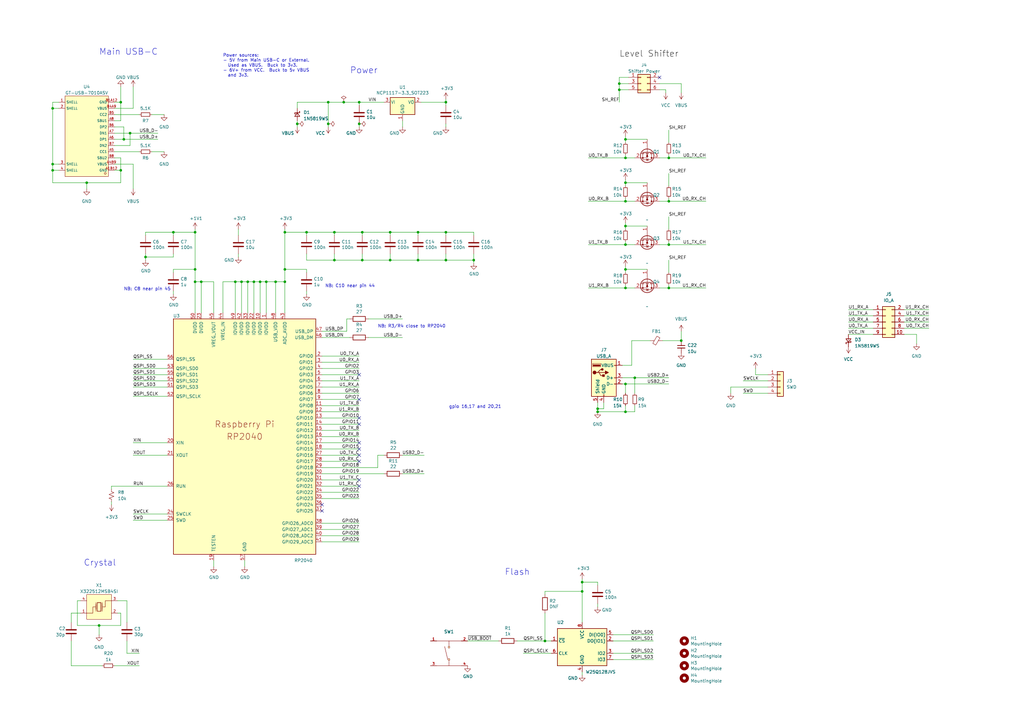
<source format=kicad_sch>
(kicad_sch (version 20230121) (generator eeschema)
  (paper "A3")
  (title_block (title "Babelfish") (date "2023-01-28") (rev "REV1") (company "Bitops"))
  (junction (at 160.02 106.68))
  (junction (at 279.4 139.7))
  (junction (at 125.73 95.25))
  (junction (at 53.34 54.61))
  (junction (at 80.01 110.49))
  (junction (at 137.16 106.68))
  (junction (at 101.6 115.57))
  (junction (at 256.54 168.91))
  (junction (at 256.54 92.71))
  (junction (at 50.8 57.15))
  (junction (at 256.54 74.93))
  (junction (at 140.97 41.91))
  (junction (at 147.32 50.8))
  (junction (at 71.12 95.25))
  (junction (at 109.22 115.57))
  (junction (at 254 34.29))
  (junction (at 116.84 110.49))
  (junction (at 21.59 67.31))
  (junction (at 194.31 106.68))
  (junction (at 21.59 69.85))
  (junction (at 245.11 167.64))
  (junction (at 171.45 95.25))
  (junction (at 148.59 95.25))
  (junction (at 274.32 118.11))
  (junction (at 256.54 64.77))
  (junction (at 254 36.83))
  (junction (at 80.01 95.25))
  (junction (at 116.84 115.57))
  (junction (at 274.32 64.77))
  (junction (at 134.62 41.91))
  (junction (at 147.32 41.91))
  (junction (at 182.88 41.91))
  (junction (at 21.59 44.45))
  (junction (at 182.88 106.68))
  (junction (at 49.53 69.85))
  (junction (at 171.45 106.68))
  (junction (at 256.54 57.15))
  (junction (at 256.54 100.33))
  (junction (at 256.54 110.49))
  (junction (at 59.69 105.41))
  (junction (at 238.76 238.76))
  (junction (at 40.64 256.54))
  (junction (at 137.16 95.25))
  (junction (at 148.59 106.68))
  (junction (at 96.52 115.57))
  (junction (at 256.54 157.48))
  (junction (at 80.01 115.57))
  (junction (at 274.32 82.55))
  (junction (at 274.32 100.33))
  (junction (at 182.88 95.25))
  (junction (at 134.62 50.8))
  (junction (at 260.35 154.94))
  (junction (at 245.11 168.91))
  (junction (at 256.54 82.55))
  (junction (at 49.53 41.91))
  (junction (at 113.03 115.57))
  (junction (at 99.06 115.57))
  (junction (at 121.92 50.8))
  (junction (at 82.55 115.57))
  (junction (at 104.14 115.57))
  (junction (at 116.84 95.25))
  (junction (at 238.76 242.57))
  (junction (at 160.02 95.25))
  (junction (at 106.68 115.57))
  (junction (at 35.56 74.93))
  (junction (at 256.54 118.11))
  (junction (at 223.52 262.89))
  (no_connect (at 147.32 189.23))
  (no_connect (at 147.32 184.15))
  (no_connect (at 147.32 163.83))
  (no_connect (at 132.08 207.01))
  (no_connect (at 270.51 31.75))
  (no_connect (at 147.32 196.85))
  (no_connect (at 147.32 173.99))
  (no_connect (at 147.32 186.69))
  (no_connect (at 147.32 199.39))
  (no_connect (at 147.32 171.45))
  (no_connect (at 147.32 153.67))
  (no_connect (at 132.08 209.55))
  (no_connect (at 147.32 181.61))
  (wire (pts (xy 132.08 196.85) (xy 147.32 196.85)))
  (wire (pts (xy 256.54 157.48) (xy 274.32 157.48)))
  (wire (pts (xy 46.99 69.85) (xy 49.53 69.85)))
  (wire (pts (xy 68.58 147.32) (xy 54.61 147.32)))
  (wire (pts (xy 256.54 110.49) (xy 256.54 111.76)))
  (wire (pts (xy 116.84 110.49) (xy 116.84 115.57)))
  (wire (pts (xy 238.76 238.76) (xy 238.76 242.57)))
  (wire (pts (xy 160.02 106.68) (xy 148.59 106.68)))
  (wire (pts (xy 49.53 74.93) (xy 35.56 74.93)))
  (wire (pts (xy 238.76 242.57) (xy 238.76 255.27)))
  (wire (pts (xy 148.59 104.14) (xy 148.59 106.68)))
  (wire (pts (xy 21.59 67.31) (xy 21.59 69.85)))
  (wire (pts (xy 57.15 46.99) (xy 46.99 46.99)))
  (wire (pts (xy 80.01 95.25) (xy 80.01 110.49)))
  (wire (pts (xy 97.79 93.98) (xy 97.79 96.52)))
  (wire (pts (xy 87.63 128.27) (xy 87.63 115.57)))
  (wire (pts (xy 121.92 41.91) (xy 121.92 44.45)))
  (wire (pts (xy 347.98 132.08) (xy 358.14 132.08)))
  (wire (pts (xy 121.92 41.91) (xy 134.62 41.91)))
  (wire (pts (xy 154.94 191.77) (xy 154.94 186.69)))
  (wire (pts (xy 35.56 74.93) (xy 35.56 77.47)))
  (wire (pts (xy 132.08 135.89) (xy 142.24 135.89)))
  (wire (pts (xy 134.62 50.8) (xy 134.62 52.07)))
  (wire (pts (xy 132.08 138.43) (xy 143.51 138.43)))
  (wire (pts (xy 299.72 158.75) (xy 299.72 161.29)))
  (wire (pts (xy 247.65 167.64) (xy 245.11 167.64)))
  (wire (pts (xy 54.61 158.75) (xy 68.58 158.75)))
  (wire (pts (xy 48.26 246.38) (xy 52.07 246.38)))
  (wire (pts (xy 45.72 199.39) (xy 68.58 199.39)))
  (wire (pts (xy 260.35 154.94) (xy 274.32 154.94)))
  (wire (pts (xy 148.59 106.68) (xy 137.16 106.68)))
  (wire (pts (xy 160.02 104.14) (xy 160.02 106.68)))
  (wire (pts (xy 96.52 128.27) (xy 96.52 115.57)))
  (wire (pts (xy 46.99 49.53) (xy 49.53 49.53)))
  (wire (pts (xy 256.54 73.66) (xy 256.54 74.93)))
  (wire (pts (xy 100.33 229.87) (xy 100.33 232.41)))
  (wire (pts (xy 116.84 110.49) (xy 125.73 110.49)))
  (wire (pts (xy 259.08 139.7) (xy 259.08 149.86)))
  (wire (pts (xy 265.43 57.15) (xy 256.54 57.15)))
  (wire (pts (xy 54.61 151.13) (xy 68.58 151.13)))
  (wire (pts (xy 132.08 168.91) (xy 147.32 168.91)))
  (wire (pts (xy 142.24 130.81) (xy 143.51 130.81)))
  (wire (pts (xy 314.96 153.67) (xy 309.88 153.67)))
  (wire (pts (xy 59.69 104.14) (xy 59.69 105.41)))
  (wire (pts (xy 29.21 251.46) (xy 29.21 255.27)))
  (wire (pts (xy 132.08 214.63) (xy 147.32 214.63)))
  (wire (pts (xy 256.54 55.88) (xy 256.54 57.15)))
  (wire (pts (xy 113.03 115.57) (xy 116.84 115.57)))
  (wire (pts (xy 116.84 115.57) (xy 116.84 128.27)))
  (wire (pts (xy 97.79 104.14) (xy 97.79 105.41)))
  (wire (pts (xy 132.08 194.31) (xy 157.48 194.31)))
  (wire (pts (xy 67.31 46.99) (xy 62.23 46.99)))
  (wire (pts (xy 48.26 251.46) (xy 49.53 251.46)))
  (wire (pts (xy 165.1 49.53) (xy 165.1 52.07)))
  (wire (pts (xy 46.99 67.31) (xy 54.61 67.31)))
  (wire (pts (xy 132.08 184.15) (xy 147.32 184.15)))
  (wire (pts (xy 241.3 118.11) (xy 256.54 118.11)))
  (wire (pts (xy 71.12 111.76) (xy 71.12 110.49)))
  (wire (pts (xy 172.72 41.91) (xy 182.88 41.91)))
  (wire (pts (xy 59.69 95.25) (xy 71.12 95.25)))
  (wire (pts (xy 24.13 41.91) (xy 21.59 41.91)))
  (wire (pts (xy 256.54 74.93) (xy 256.54 76.2)))
  (wire (pts (xy 101.6 128.27) (xy 101.6 115.57)))
  (wire (pts (xy 148.59 96.52) (xy 148.59 95.25)))
  (wire (pts (xy 132.08 186.69) (xy 147.32 186.69)))
  (wire (pts (xy 21.59 69.85) (xy 24.13 69.85)))
  (wire (pts (xy 251.46 270.51) (xy 267.97 270.51)))
  (wire (pts (xy 46.99 57.15) (xy 50.8 57.15)))
  (wire (pts (xy 347.98 129.54) (xy 358.14 129.54)))
  (wire (pts (xy 52.07 246.38) (xy 52.07 255.27)))
  (wire (pts (xy 125.73 104.14) (xy 125.73 106.68)))
  (wire (pts (xy 99.06 115.57) (xy 101.6 115.57)))
  (wire (pts (xy 204.47 262.89) (xy 191.77 262.89)))
  (wire (pts (xy 80.01 115.57) (xy 80.01 128.27)))
  (wire (pts (xy 71.12 96.52) (xy 71.12 95.25)))
  (wire (pts (xy 270.51 34.29) (xy 279.4 34.29)))
  (wire (pts (xy 274.32 64.77) (xy 289.56 64.77)))
  (wire (pts (xy 274.32 88.9) (xy 274.32 93.98)))
  (wire (pts (xy 247.65 165.1) (xy 247.65 167.64)))
  (wire (pts (xy 50.8 52.07) (xy 50.8 57.15)))
  (wire (pts (xy 160.02 96.52) (xy 160.02 95.25)))
  (wire (pts (xy 147.32 50.8) (xy 147.32 52.07)))
  (wire (pts (xy 256.54 63.5) (xy 256.54 64.77)))
  (wire (pts (xy 21.59 74.93) (xy 35.56 74.93)))
  (wire (pts (xy 274.32 100.33) (xy 289.56 100.33)))
  (wire (pts (xy 31.75 256.54) (xy 40.64 256.54)))
  (wire (pts (xy 251.46 267.97) (xy 267.97 267.97)))
  (wire (pts (xy 80.01 93.98) (xy 80.01 95.25)))
  (wire (pts (xy 132.08 179.07) (xy 147.32 179.07)))
  (wire (pts (xy 137.16 95.25) (xy 148.59 95.25)))
  (wire (pts (xy 140.97 41.91) (xy 147.32 41.91)))
  (wire (pts (xy 54.61 156.21) (xy 68.58 156.21)))
  (wire (pts (xy 182.88 50.8) (xy 182.88 52.07)))
  (wire (pts (xy 182.88 41.91) (xy 182.88 40.64)))
  (wire (pts (xy 134.62 41.91) (xy 140.97 41.91)))
  (wire (pts (xy 274.32 106.68) (xy 274.32 111.76)))
  (wire (pts (xy 254 34.29) (xy 254 36.83)))
  (wire (pts (xy 223.52 242.57) (xy 238.76 242.57)))
  (wire (pts (xy 251.46 260.35) (xy 267.97 260.35)))
  (wire (pts (xy 274.32 71.12) (xy 274.32 76.2)))
  (wire (pts (xy 96.52 115.57) (xy 99.06 115.57)))
  (wire (pts (xy 212.09 262.89) (xy 223.52 262.89)))
  (wire (pts (xy 106.68 115.57) (xy 109.22 115.57)))
  (wire (pts (xy 256.54 109.22) (xy 256.54 110.49)))
  (wire (pts (xy 241.3 82.55) (xy 256.54 82.55)))
  (wire (pts (xy 259.08 149.86) (xy 255.27 149.86)))
  (wire (pts (xy 132.08 153.67) (xy 147.32 153.67)))
  (wire (pts (xy 260.35 154.94) (xy 260.35 161.29)))
  (wire (pts (xy 82.55 128.27) (xy 82.55 115.57)))
  (wire (pts (xy 165.1 186.69) (xy 173.99 186.69)))
  (wire (pts (xy 53.34 54.61) (xy 64.77 54.61)))
  (wire (pts (xy 309.88 153.67) (xy 309.88 151.13)))
  (wire (pts (xy 137.16 96.52) (xy 137.16 95.25)))
  (wire (pts (xy 104.14 128.27) (xy 104.14 115.57)))
  (wire (pts (xy 241.3 100.33) (xy 256.54 100.33)))
  (wire (pts (xy 125.73 119.38) (xy 125.73 120.65)))
  (wire (pts (xy 245.11 165.1) (xy 245.11 167.64)))
  (wire (pts (xy 87.63 229.87) (xy 87.63 232.41)))
  (wire (pts (xy 49.53 251.46) (xy 49.53 256.54)))
  (wire (pts (xy 52.07 267.97) (xy 57.15 267.97)))
  (wire (pts (xy 182.88 106.68) (xy 171.45 106.68)))
  (wire (pts (xy 87.63 115.57) (xy 82.55 115.57)))
  (wire (pts (xy 304.8 156.21) (xy 314.96 156.21)))
  (wire (pts (xy 274.32 82.55) (xy 289.56 82.55)))
  (wire (pts (xy 101.6 115.57) (xy 104.14 115.57)))
  (wire (pts (xy 121.92 49.53) (xy 121.92 50.8)))
  (wire (pts (xy 370.84 134.62) (xy 381 134.62)))
  (wire (pts (xy 137.16 104.14) (xy 137.16 106.68)))
  (wire (pts (xy 80.01 110.49) (xy 80.01 115.57)))
  (wire (pts (xy 49.53 64.77) (xy 49.53 69.85)))
  (wire (pts (xy 274.32 118.11) (xy 289.56 118.11)))
  (wire (pts (xy 148.59 95.25) (xy 160.02 95.25)))
  (wire (pts (xy 223.52 243.84) (xy 223.52 242.57)))
  (wire (pts (xy 91.44 128.27) (xy 91.44 115.57)))
  (wire (pts (xy 46.99 64.77) (xy 49.53 64.77)))
  (wire (pts (xy 370.84 132.08) (xy 381 132.08)))
  (wire (pts (xy 274.32 81.28) (xy 274.32 82.55)))
  (wire (pts (xy 125.73 95.25) (xy 137.16 95.25)))
  (wire (pts (xy 259.08 139.7) (xy 266.7 139.7)))
  (wire (pts (xy 71.12 119.38) (xy 71.12 120.65)))
  (wire (pts (xy 265.43 92.71) (xy 256.54 92.71)))
  (wire (pts (xy 171.45 104.14) (xy 171.45 106.68)))
  (wire (pts (xy 142.24 135.89) (xy 142.24 130.81)))
  (wire (pts (xy 116.84 95.25) (xy 116.84 110.49)))
  (wire (pts (xy 256.54 100.33) (xy 260.35 100.33)))
  (wire (pts (xy 46.99 41.91) (xy 49.53 41.91)))
  (wire (pts (xy 132.08 217.17) (xy 147.32 217.17)))
  (wire (pts (xy 274.32 53.34) (xy 274.32 58.42)))
  (wire (pts (xy 134.62 41.91) (xy 134.62 50.8)))
  (wire (pts (xy 151.13 138.43) (xy 165.1 138.43)))
  (wire (pts (xy 104.14 115.57) (xy 106.68 115.57)))
  (wire (pts (xy 256.54 168.91) (xy 245.11 168.91)))
  (wire (pts (xy 265.43 110.49) (xy 256.54 110.49)))
  (wire (pts (xy 21.59 67.31) (xy 24.13 67.31)))
  (wire (pts (xy 255.27 157.48) (xy 256.54 157.48)))
  (wire (pts (xy 132.08 176.53) (xy 147.32 176.53)))
  (wire (pts (xy 99.06 128.27) (xy 99.06 115.57)))
  (wire (pts (xy 256.54 82.55) (xy 260.35 82.55)))
  (wire (pts (xy 54.61 181.61) (xy 68.58 181.61)))
  (wire (pts (xy 182.88 104.14) (xy 182.88 106.68)))
  (wire (pts (xy 256.54 166.37) (xy 256.54 168.91)))
  (wire (pts (xy 254 31.75) (xy 254 34.29)))
  (wire (pts (xy 182.88 95.25) (xy 194.31 95.25)))
  (wire (pts (xy 68.58 213.36) (xy 54.61 213.36)))
  (wire (pts (xy 270.51 82.55) (xy 274.32 82.55)))
  (wire (pts (xy 132.08 201.93) (xy 147.32 201.93)))
  (wire (pts (xy 194.31 106.68) (xy 194.31 107.95)))
  (wire (pts (xy 40.64 256.54) (xy 49.53 256.54)))
  (wire (pts (xy 299.72 158.75) (xy 314.96 158.75)))
  (wire (pts (xy 182.88 106.68) (xy 194.31 106.68)))
  (wire (pts (xy 256.54 92.71) (xy 256.54 93.98)))
  (wire (pts (xy 46.99 44.45) (xy 54.61 44.45)))
  (wire (pts (xy 154.94 186.69) (xy 157.48 186.69)))
  (wire (pts (xy 182.88 43.18) (xy 182.88 41.91)))
  (wire (pts (xy 304.8 161.29) (xy 314.96 161.29)))
  (wire (pts (xy 21.59 69.85) (xy 21.59 74.93)))
  (wire (pts (xy 245.11 238.76) (xy 238.76 238.76)))
  (wire (pts (xy 137.16 106.68) (xy 125.73 106.68)))
  (wire (pts (xy 256.54 116.84) (xy 256.54 118.11)))
  (wire (pts (xy 68.58 162.56) (xy 54.61 162.56)))
  (wire (pts (xy 71.12 95.25) (xy 80.01 95.25)))
  (wire (pts (xy 256.54 99.06) (xy 256.54 100.33)))
  (wire (pts (xy 245.11 167.64) (xy 245.11 168.91)))
  (wire (pts (xy 29.21 273.05) (xy 41.91 273.05)))
  (wire (pts (xy 254 31.75) (xy 257.81 31.75)))
  (wire (pts (xy 273.05 36.83) (xy 273.05 38.1)))
  (wire (pts (xy 238.76 275.59) (xy 238.76 276.86)))
  (wire (pts (xy 160.02 95.25) (xy 171.45 95.25)))
  (wire (pts (xy 50.8 57.15) (xy 64.77 57.15)))
  (wire (pts (xy 254 36.83) (xy 257.81 36.83)))
  (wire (pts (xy 52.07 262.89) (xy 52.07 267.97)))
  (wire (pts (xy 157.48 41.91) (xy 147.32 41.91)))
  (wire (pts (xy 245.11 247.65) (xy 245.11 248.92)))
  (wire (pts (xy 256.54 64.77) (xy 260.35 64.77)))
  (wire (pts (xy 251.46 262.89) (xy 267.97 262.89)))
  (wire (pts (xy 238.76 237.49) (xy 238.76 238.76)))
  (wire (pts (xy 132.08 199.39) (xy 147.32 199.39)))
  (wire (pts (xy 132.08 189.23) (xy 147.32 189.23)))
  (wire (pts (xy 254 36.83) (xy 254 41.91)))
  (wire (pts (xy 165.1 194.31) (xy 173.99 194.31)))
  (wire (pts (xy 53.34 59.69) (xy 53.34 54.61)))
  (wire (pts (xy 375.92 137.16) (xy 375.92 140.97)))
  (wire (pts (xy 29.21 262.89) (xy 29.21 273.05)))
  (wire (pts (xy 21.59 41.91) (xy 21.59 44.45)))
  (wire (pts (xy 91.44 115.57) (xy 96.52 115.57)))
  (wire (pts (xy 132.08 191.77) (xy 154.94 191.77)))
  (wire (pts (xy 109.22 115.57) (xy 113.03 115.57)))
  (wire (pts (xy 370.84 129.54) (xy 381 129.54)))
  (wire (pts (xy 46.99 52.07) (xy 50.8 52.07)))
  (wire (pts (xy 241.3 64.77) (xy 256.54 64.77)))
  (wire (pts (xy 256.54 57.15) (xy 256.54 58.42)))
  (wire (pts (xy 256.54 81.28) (xy 256.54 82.55)))
  (wire (pts (xy 256.54 118.11) (xy 260.35 118.11)))
  (wire (pts (xy 132.08 222.25) (xy 147.32 222.25)))
  (wire (pts (xy 347.98 134.62) (xy 358.14 134.62)))
  (wire (pts (xy 54.61 153.67) (xy 68.58 153.67)))
  (wire (pts (xy 21.59 44.45) (xy 24.13 44.45)))
  (wire (pts (xy 182.88 96.52) (xy 182.88 95.25)))
  (wire (pts (xy 271.78 139.7) (xy 279.4 139.7)))
  (wire (pts (xy 46.99 273.05) (xy 57.15 273.05)))
  (wire (pts (xy 260.35 168.91) (xy 256.54 168.91)))
  (wire (pts (xy 274.32 63.5) (xy 274.32 64.77)))
  (wire (pts (xy 40.64 256.54) (xy 40.64 260.35)))
  (wire (pts (xy 49.53 41.91) (xy 49.53 35.56)))
  (wire (pts (xy 116.84 95.25) (xy 125.73 95.25)))
  (wire (pts (xy 132.08 163.83) (xy 147.32 163.83)))
  (wire (pts (xy 54.61 67.31) (xy 54.61 77.47)))
  (wire (pts (xy 347.98 137.16) (xy 358.14 137.16)))
  (wire (pts (xy 254 34.29) (xy 257.81 34.29)))
  (wire (pts (xy 132.08 161.29) (xy 147.32 161.29)))
  (wire (pts (xy 132.08 146.05) (xy 147.32 146.05)))
  (wire (pts (xy 132.08 148.59) (xy 147.32 148.59)))
  (wire (pts (xy 256.54 157.48) (xy 256.54 161.29)))
  (wire (pts (xy 59.69 105.41) (xy 71.12 105.41)))
  (wire (pts (xy 279.4 34.29) (xy 279.4 38.1)))
  (wire (pts (xy 270.51 36.83) (xy 273.05 36.83)))
  (wire (pts (xy 265.43 74.93) (xy 256.54 74.93)))
  (wire (pts (xy 147.32 43.18) (xy 147.32 41.91)))
  (wire (pts (xy 68.58 210.82) (xy 54.61 210.82)))
  (wire (pts (xy 223.52 251.46) (xy 223.52 262.89)))
  (wire (pts (xy 274.32 116.84) (xy 274.32 118.11)))
  (wire (pts (xy 132.08 219.71) (xy 147.32 219.71)))
  (wire (pts (xy 71.12 105.41) (xy 71.12 104.14)))
  (wire (pts (xy 45.72 199.39) (xy 45.72 200.66)))
  (wire (pts (xy 171.45 106.68) (xy 160.02 106.68)))
  (wire (pts (xy 270.51 118.11) (xy 274.32 118.11)))
  (wire (pts (xy 49.53 69.85) (xy 49.53 74.93)))
  (wire (pts (xy 274.32 99.06) (xy 274.32 100.33)))
  (wire (pts (xy 279.4 139.7) (xy 279.4 135.89)))
  (wire (pts (xy 171.45 95.25) (xy 182.88 95.25)))
  (wire (pts (xy 132.08 173.99) (xy 147.32 173.99)))
  (wire (pts (xy 171.45 96.52) (xy 171.45 95.25)))
  (wire (pts (xy 370.84 137.16) (xy 375.92 137.16)))
  (wire (pts (xy 46.99 54.61) (xy 53.34 54.61)))
  (wire (pts (xy 256.54 91.44) (xy 256.54 92.71)))
  (wire (pts (xy 121.92 50.8) (xy 121.92 52.07)))
  (wire (pts (xy 106.68 128.27) (xy 106.68 115.57)))
  (wire (pts (xy 223.52 262.89) (xy 226.06 262.89)))
  (wire (pts (xy 194.31 104.14) (xy 194.31 106.68)))
  (wire (pts (xy 370.84 127) (xy 381 127)))
  (wire (pts (xy 260.35 166.37) (xy 260.35 168.91)))
  (wire (pts (xy 71.12 110.49) (xy 80.01 110.49)))
  (wire (pts (xy 214.63 267.97) (xy 226.06 267.97)))
  (wire (pts (xy 245.11 240.03) (xy 245.11 238.76)))
  (wire (pts (xy 132.08 204.47) (xy 147.32 204.47)))
  (wire (pts (xy 33.02 251.46) (xy 29.21 251.46)))
  (wire (pts (xy 109.22 115.57) (xy 109.22 128.27)))
  (wire (pts (xy 33.02 246.38) (xy 31.75 246.38)))
  (wire (pts (xy 132.08 151.13) (xy 147.32 151.13)))
  (wire (pts (xy 54.61 44.45) (xy 54.61 35.56)))
  (wire (pts (xy 59.69 105.41) (xy 59.69 106.68)))
  (wire (pts (xy 270.51 100.33) (xy 274.32 100.33)))
  (wire (pts (xy 113.03 128.27) (xy 113.03 115.57)))
  (wire (pts (xy 59.69 96.52) (xy 59.69 95.25)))
  (wire (pts (xy 194.31 96.52) (xy 194.31 95.25)))
  (wire (pts (xy 49.53 49.53) (xy 49.53 41.91)))
  (wire (pts (xy 132.08 181.61) (xy 147.32 181.61)))
  (wire (pts (xy 46.99 59.69) (xy 53.34 59.69)))
  (wire (pts (xy 62.23 62.23) (xy 67.31 62.23)))
  (wire (pts (xy 151.13 130.81) (xy 165.1 130.81)))
  (wire (pts (xy 125.73 111.76) (xy 125.73 110.49)))
  (wire (pts (xy 82.55 115.57) (xy 80.01 115.57)))
  (wire (pts (xy 116.84 93.98) (xy 116.84 95.25)))
  (wire (pts (xy 45.72 205.74) (xy 45.72 207.01)))
  (wire (pts (xy 255.27 154.94) (xy 260.35 154.94)))
  (wire (pts (xy 270.51 64.77) (xy 274.32 64.77)))
  (wire (pts (xy 125.73 96.52) (xy 125.73 95.25)))
  (wire (pts (xy 132.08 166.37) (xy 147.32 166.37)))
  (wire (pts (xy 347.98 127) (xy 358.14 127)))
  (wire (pts (xy 31.75 246.38) (xy 31.75 256.54)))
  (wire (pts (xy 132.08 156.21) (xy 147.32 156.21)))
  (wire (pts (xy 132.08 158.75) (xy 147.32 158.75)))
  (wire (pts (xy 21.59 44.45) (xy 21.59 67.31)))
  (wire (pts (xy 46.99 62.23) (xy 57.15 62.23)))
  (wire (pts (xy 132.08 171.45) (xy 147.32 171.45)))
  (wire (pts (xy 68.58 186.69) (xy 54.61 186.69)))
  (text "gpio 16,17 and 20,21\n" (at 184.15 167.64 0) (effects (font (size 1.27 1.27)) (justify left bottom)))
  (text "Crystal" (at 34.29 232.41 0) (effects (font (size 2.54 2.54)) (justify left bottom)))
  (text "NB: R3/R4 close to RP2040" (at 154.94 134.62 0) (effects (font (size 1.27 1.27)) (justify left bottom)))
  (text "NB: C8 near pin 45" (at 50.8 119.38 0) (effects (font (size 1.27 1.27)) (justify left bottom)))
  (text "Power sources:\n- 5V from Main USB-C or External.\n  Used as VBUS.  Buck to 3v3.\n- 6V+ from VCC.  Buck to 5v VBUS\n  and 3v3.\n" (at 91.44 31.75 0) (effects (font (size 1.27 1.27)) (justify left bottom)))
  (text "Flash" (at 207.01 236.22 0) (effects (font (size 2.54 2.54)) (justify left bottom)))
  (text "TODO:\n1. Test PIO-USB host\n2. Test level shifter with 3v3?\n" (at 254 -29.21 0) (effects (font (size 1.27 1.27)) (justify left bottom)))
  (text "Main USB-C" (at 40.64 22.86 0) (effects (font (size 2.54 2.54)) (justify left bottom)))
  (text "Power" (at 143.51 30.48 0) (effects (font (size 2.54 2.54)) (justify left bottom)))
  (text "NB: C10 near pin 44" (at 133.35 118.11 0) (effects (font (size 1.27 1.27)) (justify left bottom)))
  (label "GPIO3" (at 147.32 153.67 180))
  (label "GPIO2" (at 147.32 151.13 180))
  (label "QSPI_SD3" (at 267.97 270.51 180))
  (label "U0_RX_A" (at 347.98 132.08 0))
  (label "USB2_D+" (at 173.99 194.31 180))
  (label "SWCLK" (at 304.8 156.21 0))
  (label "SH_REF" (at 254 41.91 180))
  (label "U1_RX_B" (at 241.3 118.11 0))
  (label "USB2_D-" (at 265.43 157.48 0))
  (label "U0_TX_B" (at 241.3 64.77 0))
  (label "U1_TX_B" (at 241.3 100.33 0))
  (label "Level Shifter" (at 254 24.13 0) (effects (font (size 2.54 2.54))))
  (label "GPIO23" (at 147.32 204.47 180))
  (label "GPIO26" (at 147.32 214.63 180))
  (label "USB_DN" (at 133.35 138.43 0))
  (label "U1_RX_A" (at 147.32 158.75 180))
  (label "SWD" (at 304.8 161.29 0))
  (label "GPIO18" (at 147.32 191.77 180))
  (label "GPIO7" (at 147.32 163.83 180))
  (label "XOUT" (at 57.15 273.05 180))
  (label "GPIO6" (at 147.32 161.29 180))
  (label "U1_TX_C" (at 147.32 196.85 180))
  (label "USB2_D-" (at 173.99 186.69 180))
  (label "VCC_IN" (at 347.98 137.16 0))
  (label "XIN" (at 57.15 267.97 180))
  (label "QSPI_SD3" (at 54.61 158.75 0))
  (label "GPIO10" (at 147.32 171.45 180))
  (label "U0_TX_B" (at 147.32 176.53 180))
  (label "QSPI_SCLK" (at 214.63 267.97 0))
  (label "QSPI_SCLK" (at 54.61 162.56 0))
  (label "U1_RX_CH" (at 289.56 118.11 180))
  (label "USB_D-" (at 165.1 138.43 180))
  (label "USB_DP" (at 133.35 135.89 0))
  (label "U0_RX_CH" (at 289.56 82.55 180))
  (label "U0_RX_CH" (at 381 132.08 180))
  (label "QSPI_SD1" (at 54.61 153.67 0))
  (label "U0_RX_C" (at 147.32 189.23 180))
  (label "XIN" (at 54.61 181.61 0))
  (label "SWD" (at 54.61 213.36 0))
  (label "GPIO22" (at 147.32 201.93 180))
  (label "U0_TX_C" (at 147.32 186.69 180))
  (label "SH_REF" (at 274.32 71.12 0))
  (label "U0_RX_A" (at 147.32 148.59 180))
  (label "U1_TX_CH" (at 381 129.54 180))
  (label "U1_RX_B" (at 147.32 168.91 180))
  (label "U0_TX_A" (at 347.98 134.62 0))
  (label "U1_TX_A" (at 147.32 156.21 180))
  (label "QSPI_SS" (at 54.61 147.32 0))
  (label "U1_TX_B" (at 147.32 166.37 180))
  (label "GPIO28" (at 147.32 219.71 180))
  (label "GPIO29" (at 147.32 222.25 180))
  (label "GPIO19" (at 147.32 194.31 180))
  (label "U0_RX_B" (at 147.32 179.07 180))
  (label "SH_REF" (at 274.32 106.68 0))
  (label "QSPI_SD2" (at 267.97 267.97 180))
  (label "USB_D+" (at 165.1 130.81 180))
  (label "XOUT" (at 54.61 186.69 0))
  (label "U1_TX_A" (at 347.98 129.54 0))
  (label "GPIO27" (at 147.32 217.17 180))
  (label "QSPI_SD0" (at 267.97 260.35 180))
  (label "USB2_D+" (at 265.43 154.94 0))
  (label "U0_TX_A" (at 147.32 146.05 180))
  (label "U1_RX_C" (at 147.32 199.39 180))
  (label "U0_RX_B" (at 241.3 82.55 0))
  (label "RUN" (at 54.61 199.39 0))
  (label "U0_TX_CH" (at 289.56 64.77 180))
  (label "QSPI_SD2" (at 54.61 156.21 0))
  (label "SH_REF" (at 274.32 53.34 0))
  (label "U1_RX_A" (at 347.98 127 0))
  (label "GPIO15" (at 147.32 184.15 180))
  (label "SH_REF" (at 274.32 88.9 0))
  (label "SWCLK" (at 54.61 210.82 0))
  (label "QSPI_SS" (at 214.63 262.89 0))
  (label "VIN" (at 151.13 41.91 0))
  (label "GPIO11" (at 147.32 173.99 180))
  (label "USB_D-" (at 57.15 54.61 0))
  (label "~{USB_BOOT}" (at 191.77 262.89 0))
  (label "QSPI_SD0" (at 54.61 151.13 0))
  (label "U1_TX_CH" (at 289.56 100.33 180))
  (label "USB_D+" (at 57.15 57.15 0))
  (label "QSPI_SD1" (at 267.97 262.89 180))
  (label "U0_TX_CH" (at 381 134.62 180))
  (label "GPIO14" (at 147.32 181.61 180))
  (label "U1_RX_CH" (at 381 127 180))
  (symbol (lib_id "MCU_RaspberryPi_RP2040:RP2040") (at 100.33 179.07 0) (unit 1)
    (property "Reference" "U3" (at 72.39 129.54 0))
    (property "Value" "RP2040" (at 124.46 229.87 0))
    (property "Footprint" "RP2040_minimal:RP2040-QFN-56" (effects hide))
  )
  (symbol (lib_id "Device:C") (at 29.21 259.08 0) (unit 1)
    (property "Reference" "C2" (at 24.13 257.81 0) (effects (justify left)))
    (property "Value" "30p" (at 22.86 260.35 0) (effects (justify left)))
    (property "Footprint" "Capacitor_SMD:C_0402_1005Metric" (effects hide))
  )
  (symbol (lib_id "Device:C") (at 52.07 259.08 0) (unit 1)
    (property "Reference" "C3" (at 54.991 257.9116 0) (effects (justify left)))
    (property "Value" "30p" (at 54.991 260.223 0) (effects (justify left)))
    (property "Footprint" "Capacitor_SMD:C_0402_1005Metric" (effects hide))
  )
  (symbol (lib_id "Memory_Flash:W25Q128JVS") (at 238.76 265.43 0) (unit 1)
    (property "Reference" "U2" (at 229.87 255.27 0))
    (property "Value" "W25Q128JVS" (at 246.38 275.59 0))
    (property "Footprint" "Package_SO:SOIC-8_5.23x5.23mm_P1.27mm" (effects hide))
    (property "Datasheet" "http://www.winbond.com/resource-files/w25q128jv_dtr%20revc%2003272018%20plus.pdf" (effects hide))
  )
  (symbol (lib_id "power:+3V3") (at 238.76 237.49 0) (unit 1)
    (property "Reference" "#PWR07" (effects hide))
    (property "Value" "+3V3" (at 239.141 233.0958 0))
  )
  (symbol (lib_id "power:GND") (at 238.76 276.86 0) (unit 1)
    (property "Reference" "#PWR08" (effects hide))
    (property "Value" "GND" (at 234.95 278.13 0))
  )
  (symbol (lib_id "Device:R") (at 223.52 247.65 0) (unit 1)
    (property "Reference" "R2" (at 225.298 246.4816 0) (effects (justify left)))
    (property "Value" "DNF" (at 225.298 248.793 0) (effects (justify left)))
    (property "Footprint" "Resistor_SMD:R_0402_1005Metric" (effects hide))
  )
  (symbol (lib_id "Device:R") (at 208.28 262.89 270) (unit 1)
    (property "Reference" "R1" (at 208.28 257.6322 90))
    (property "Value" "1k" (at 208.28 259.9436 90))
    (property "Footprint" "Resistor_SMD:R_0402_1005Metric" (effects hide))
  )
  (symbol (lib_id "Device:C") (at 245.11 243.84 0) (unit 1)
    (property "Reference" "C5" (at 248.031 242.6716 0) (effects (justify left)))
    (property "Value" "100n" (at 248.031 244.983 0) (effects (justify left)))
    (property "Footprint" "Capacitor_SMD:C_0402_1005Metric" (effects hide))
  )
  (symbol (lib_id "power:GND") (at 245.11 248.92 0) (unit 1)
    (property "Reference" "#PWR011" (effects hide))
    (property "Value" "GND" (at 248.92 250.19 0))
  )
  (symbol (lib_id "power:GND") (at 100.33 232.41 0) (unit 1)
    (property "Reference" "#PWR016" (effects hide))
    (property "Value" "GND" (at 100.457 236.8042 0))
  )
  (symbol (lib_id "power:GND") (at 87.63 232.41 0) (unit 1)
    (property "Reference" "#PWR015" (effects hide))
    (property "Value" "GND" (at 87.757 236.8042 0))
  )
  (symbol (lib_id "Device:R") (at 147.32 130.81 270) (unit 1)
    (property "Reference" "R3" (at 147.32 125.5522 90))
    (property "Value" "27" (at 147.32 127.8636 90))
    (property "Footprint" "Resistor_SMD:R_0402_1005Metric" (effects hide))
  )
  (symbol (lib_id "Device:R") (at 147.32 138.43 270) (unit 1)
    (property "Reference" "R4" (at 147.32 133.1722 90))
    (property "Value" "27" (at 147.32 135.4836 90))
    (property "Footprint" "Resistor_SMD:R_0402_1005Metric" (effects hide))
  )
  (symbol (lib_id "power:+3V3") (at 116.84 93.98 0) (unit 1)
    (property "Reference" "#PWR017" (effects hide))
    (property "Value" "+3V3" (at 117.221 89.5858 0))
  )
  (symbol (lib_id "power:+1V1") (at 80.01 93.98 0) (unit 1)
    (property "Reference" "#PWR014" (effects hide))
    (property "Value" "+1V1" (at 80.391 89.5858 0))
  )
  (symbol (lib_id "Device:C") (at 125.73 100.33 0) (unit 1)
    (property "Reference" "C9" (at 128.651 99.1616 0) (effects (justify left)))
    (property "Value" "100n" (at 128.651 101.473 0) (effects (justify left)))
    (property "Footprint" "Capacitor_SMD:C_0402_1005Metric" (effects hide))
  )
  (symbol (lib_id "Device:C") (at 137.16 100.33 0) (unit 1)
    (property "Reference" "C11" (at 140.081 99.1616 0) (effects (justify left)))
    (property "Value" "100n" (at 140.081 101.473 0) (effects (justify left)))
    (property "Footprint" "Capacitor_SMD:C_0402_1005Metric" (effects hide))
  )
  (symbol (lib_id "Device:C") (at 148.59 100.33 0) (unit 1)
    (property "Reference" "C12" (at 151.511 99.1616 0) (effects (justify left)))
    (property "Value" "100n" (at 151.511 101.473 0) (effects (justify left)))
    (property "Footprint" "Capacitor_SMD:C_0402_1005Metric" (effects hide))
  )
  (symbol (lib_id "Device:C") (at 160.02 100.33 0) (unit 1)
    (property "Reference" "C13" (at 162.941 99.1616 0) (effects (justify left)))
    (property "Value" "100n" (at 162.941 101.473 0) (effects (justify left)))
    (property "Footprint" "Capacitor_SMD:C_0402_1005Metric" (effects hide))
  )
  (symbol (lib_id "Device:C") (at 171.45 100.33 0) (unit 1)
    (property "Reference" "C14" (at 174.371 99.1616 0) (effects (justify left)))
    (property "Value" "100n" (at 174.371 101.473 0) (effects (justify left)))
    (property "Footprint" "Capacitor_SMD:C_0402_1005Metric" (effects hide))
  )
  (symbol (lib_id "Device:C") (at 182.88 100.33 0) (unit 1)
    (property "Reference" "C15" (at 185.801 99.1616 0) (effects (justify left)))
    (property "Value" "100n" (at 185.801 101.473 0) (effects (justify left)))
    (property "Footprint" "Capacitor_SMD:C_0402_1005Metric" (effects hide))
  )
  (symbol (lib_id "Device:C") (at 194.31 100.33 0) (unit 1)
    (property "Reference" "C16" (at 197.231 99.1616 0) (effects (justify left)))
    (property "Value" "100n" (at 197.231 101.473 0) (effects (justify left)))
    (property "Footprint" "Capacitor_SMD:C_0402_1005Metric" (effects hide))
  )
  (symbol (lib_id "Device:C") (at 59.69 100.33 0) (unit 1)
    (property "Reference" "C6" (at 62.611 99.1616 0) (effects (justify left)))
    (property "Value" "100n" (at 62.611 101.473 0) (effects (justify left)))
    (property "Footprint" "Capacitor_SMD:C_0402_1005Metric" (effects hide))
  )
  (symbol (lib_id "Device:C") (at 71.12 100.33 0) (unit 1)
    (property "Reference" "C7" (at 74.041 99.1616 0) (effects (justify left)))
    (property "Value" "100n" (at 74.041 101.473 0) (effects (justify left)))
    (property "Footprint" "Capacitor_SMD:C_0402_1005Metric" (effects hide))
  )
  (symbol (lib_id "Device:C") (at 71.12 115.57 0) (unit 1)
    (property "Reference" "C8" (at 74.041 114.4016 0) (effects (justify left)))
    (property "Value" "1u" (at 74.041 116.713 0) (effects (justify left)))
    (property "Footprint" "Capacitor_SMD:C_0402_1005Metric" (effects hide))
  )
  (symbol (lib_id "Device:C") (at 125.73 115.57 0) (unit 1)
    (property "Reference" "C10" (at 128.651 114.4016 0) (effects (justify left)))
    (property "Value" "1u" (at 128.651 116.713 0) (effects (justify left)))
    (property "Footprint" "Capacitor_SMD:C_0402_1005Metric" (effects hide))
  )
  (symbol (lib_id "Mechanical:MountingHole") (at 280.67 262.89 0) (unit 1)
    (property "Reference" "H1" (at 283.21 261.7216 0) (effects (justify left)))
    (property "Value" "MountingHole" (at 283.21 264.033 0) (effects (justify left)))
    (property "Footprint" "MountingHole:MountingHole_2.7mm_M2.5" (effects hide))
  )
  (symbol (lib_id "Mechanical:MountingHole") (at 280.67 267.97 0) (unit 1)
    (property "Reference" "H2" (at 283.21 266.8016 0) (effects (justify left)))
    (property "Value" "MountingHole" (at 283.21 269.113 0) (effects (justify left)))
    (property "Footprint" "MountingHole:MountingHole_2.7mm_M2.5" (effects hide))
  )
  (symbol (lib_id "Mechanical:MountingHole") (at 280.67 273.05 0) (unit 1)
    (property "Reference" "H3" (at 283.21 271.8816 0) (effects (justify left)))
    (property "Value" "MountingHole" (at 283.21 274.193 0) (effects (justify left)))
    (property "Footprint" "MountingHole:MountingHole_2.7mm_M2.5" (effects hide))
  )
  (symbol (lib_id "Mechanical:MountingHole") (at 280.67 278.13 0) (unit 1)
    (property "Reference" "H4" (at 283.21 276.9616 0) (effects (justify left)))
    (property "Value" "MountingHole" (at 283.21 279.273 0) (effects (justify left)))
    (property "Footprint" "MountingHole:MountingHole_2.7mm_M2.5" (effects hide))
  )
  (symbol (lib_id "power:GND") (at 194.31 107.95 0) (unit 1)
    (property "Reference" "#PWR023" (effects hide))
    (property "Value" "GND" (at 194.437 112.3442 0))
  )
  (symbol (lib_id "power:GND") (at 59.69 106.68 0) (unit 1)
    (property "Reference" "#PWR012" (effects hide))
    (property "Value" "GND" (at 59.817 111.0742 0))
  )
  (symbol (lib_id "power:GND") (at 71.12 120.65 0) (unit 1)
    (property "Reference" "#PWR013" (effects hide))
    (property "Value" "GND" (at 71.247 125.0442 0))
  )
  (symbol (lib_id "power:GND") (at 125.73 120.65 0) (unit 1)
    (property "Reference" "#PWR018" (effects hide))
    (property "Value" "GND" (at 125.857 125.0442 0))
  )
  (symbol (lib_id "Regulator_Linear:NCP1117-3.3_SOT223") (at 165.1 41.91 0) (unit 1)
    (property "Reference" "U1" (at 165.1 35.7632 0))
    (property "Value" "NCP1117-3.3_SOT223" (at 165.1 38.0746 0))
    (property "Footprint" "Package_TO_SOT_SMD:SOT-223-3_TabPin2" (effects hide))
    (property "Datasheet" "http://www.onsemi.com/pub_link/Collateral/NCP1117-D.PDF" (effects hide))
  )
  (symbol (lib_id "power:GND") (at 165.1 52.07 0) (unit 1)
    (property "Reference" "#PWR05" (effects hide))
    (property "Value" "GND" (at 163.83 54.61 0) (effects (justify right)))
  )
  (symbol (lib_id "power:+3V3") (at 182.88 40.64 0) (unit 1)
    (property "Reference" "#PWR09" (effects hide))
    (property "Value" "+3V3" (at 183.261 36.2458 0))
  )
  (symbol (lib_id "Device:C") (at 147.32 46.99 0) (unit 1)
    (property "Reference" "C1" (at 150.241 45.8216 0) (effects (justify left)))
    (property "Value" "10u" (at 150.241 48.133 0) (effects (justify left)))
    (property "Footprint" "Capacitor_SMD:C_0805_2012Metric" (effects hide))
  )
  (symbol (lib_id "Device:C") (at 182.88 46.99 0) (unit 1)
    (property "Reference" "C4" (at 185.801 45.8216 0) (effects (justify left)))
    (property "Value" "10u" (at 185.801 48.133 0) (effects (justify left)))
    (property "Footprint" "Capacitor_SMD:C_0805_2012Metric" (effects hide))
  )
  (symbol (lib_id "power:GND") (at 147.32 52.07 0) (unit 1)
    (property "Reference" "#PWR04" (effects hide))
    (property "Value" "GND" (at 146.05 54.61 0) (effects (justify right)))
  )
  (symbol (lib_id "power:GND") (at 182.88 52.07 0) (unit 1)
    (property "Reference" "#PWR010" (effects hide))
    (property "Value" "GND" (at 181.61 54.61 0) (effects (justify right)))
  )
  (symbol (lib_id "power:+3V3") (at 97.79 93.98 0) (unit 1)
    (property "Reference" "#PWR024" (effects hide))
    (property "Value" "+3V3" (at 98.171 89.5858 0))
  )
  (symbol (lib_id "Device:C") (at 97.79 100.33 0) (unit 1)
    (property "Reference" "C17" (at 100.711 99.1616 0) (effects (justify left)))
    (property "Value" "10u" (at 100.711 101.473 0) (effects (justify left)))
    (property "Footprint" "Capacitor_SMD:C_0805_2012Metric" (effects hide))
  )
  (symbol (lib_id "power:GND") (at 97.79 105.41 0) (unit 1)
    (property "Reference" "#PWR025" (effects hide))
    (property "Value" "GND" (at 93.98 106.68 0))
  )
  (symbol (lib_id "power:GND") (at 191.77 273.05 0) (unit 1)
    (property "Reference" "#PWR02" (effects hide))
    (property "Value" "GND" (at 191.897 277.4442 0))
  )
  (symbol (lib_id "Device:R_Small") (at 256.54 78.74 0) (unit 1)
    (property "Reference" "R14" (at 251.46 77.47 0) (effects (justify left)))
    (property "Value" "10k" (at 251.46 80.01 0) (effects (justify left)))
    (property "Footprint" "Resistor_SMD:R_0402_1005Metric" (effects hide))
  )
  (symbol (lib_id "power:GND") (at 67.31 46.99 0) (unit 1)
    (property "Reference" "#PWR032" (effects hide))
    (property "Value" "GND" (at 67.31 52.07 0))
  )
  (symbol (lib_id "Device:C_Small") (at 279.4 142.24 0) (unit 1)
    (property "Reference" "C22" (at 281.94 141.6113 0) (effects (justify left)))
    (property "Value" "10u" (at 281.94 144.1513 0) (effects (justify left)))
    (property "Footprint" "Capacitor_SMD:C_0805_2012Metric" (effects hide))
  )
  (symbol (lib_id "power:VBUS") (at 54.61 35.56 0) (unit 1)
    (property "Reference" "#PWR030" (effects hide))
    (property "Value" "VBUS" (at 54.61 31.75 0))
  )
  (symbol (lib_id "Device:R_Small") (at 256.54 163.83 0) (unit 1)
    (property "Reference" "R10" (at 251.46 163.83 0) (effects (justify left)))
    (property "Value" "15k" (at 251.46 166.37 0) (effects (justify left)))
    (property "Footprint" "Resistor_SMD:R_0402_1005Metric" (effects hide))
  )
  (symbol (lib_id "Device:R_Small") (at 59.69 62.23 90) (unit 1)
    (property "Reference" "R6" (at 59.69 64.77 90))
    (property "Value" "5.1K" (at 59.69 59.69 90))
    (property "Footprint" "Resistor_SMD:R_0402_1005Metric" (effects hide))
  )
  (symbol (lib_id "Device:R_Small") (at 256.54 60.96 0) (unit 1)
    (property "Reference" "R12" (at 251.46 59.69 0) (effects (justify left)))
    (property "Value" "10k" (at 251.46 62.23 0) (effects (justify left)))
    (property "Footprint" "Resistor_SMD:R_0402_1005Metric" (effects hide))
  )
  (symbol (lib_id "Connector_Generic:Conn_02x03_Odd_Even") (at 262.89 34.29 0) (unit 1)
    (property "Reference" "J4" (at 264.16 26.67 0))
    (property "Value" "Shifter Power" (at 264.16 29.21 0))
    (property "Footprint" "Connector_PinHeader_2.54mm:PinHeader_2x03_P2.54mm_Vertical" (effects hide))
  )
  (symbol (lib_id "power:+3V3") (at 256.54 55.88 0) (unit 1)
    (property "Reference" "#PWR020" (effects hide))
    (property "Value" "+3V3" (at 256.54 52.07 0))
  )
  (symbol (lib_id "power:GND") (at 67.31 62.23 0) (unit 1)
    (property "Reference" "#PWR0108" (effects hide))
    (property "Value" "GND" (at 67.31 67.31 0))
  )
  (symbol (lib_id "power:GND") (at 35.56 77.47 0) (unit 1)
    (property "Reference" "#PWR06" (effects hide))
    (property "Value" "GND" (at 35.56 82.55 0))
  )
  (symbol (lib_id "Connector:USB_A") (at 247.65 154.94 0) (unit 1)
    (property "Reference" "J7" (at 247.65 143.51 0))
    (property "Value" "USB_A" (at 247.65 146.05 0))
    (property "Footprint" "RP2040_minimal:USB-A-TH__USB-AF-90" (effects hide))
    (property "Datasheet" " ~" (effects hide))
    (property "Part" "902-131A1011D10100" (effects hide))
    (property "LCSC" "C2345" (effects hide))
  )
  (symbol (lib_id "power:PWR_FLAG") (at 134.62 50.8 270) (unit 1)
    (property "Reference" "#FLG0101" (effects hide))
    (property "Value" "PWR_FLAG" (effects hide))
  )
  (symbol (lib_id "power:GND") (at 375.92 140.97 0) (unit 1)
    (property "Reference" "#PWR0111" (effects hide))
    (property "Value" "GND" (at 375.92 146.05 0))
  )
  (symbol (lib_id "Device:R_Small") (at 44.45 273.05 90) (unit 1)
    (property "Reference" "R20" (at 44.45 267.97 90))
    (property "Value" "1k" (at 44.45 270.51 90))
    (property "Footprint" "Resistor_SMD:R_0402_1005Metric" (effects hide))
  )
  (symbol (lib_id "power:VCC") (at 273.05 38.1 180) (unit 1)
    (property "Reference" "#PWR01" (effects hide))
    (property "Value" "VCC" (at 273.05 43.18 0))
  )
  (symbol (lib_id "Connector_Generic:Conn_02x05_Odd_Even") (at 363.22 132.08 0) (unit 1)
    (property "Reference" "J5" (at 364.49 120.65 0))
    (property "Value" "IO_A" (at 364.49 123.19 0))
    (property "Footprint" "Connector_PinHeader_2.54mm:PinHeader_2x05_P2.54mm_Horizontal" (effects hide))
  )
  (symbol (lib_id "LCSC:K2-1156SP-D5SW-05") (at 184.15 266.7 0) (unit 1)
    (property "Reference" "SW1" (at 184.15 259.08 0))
    (property "Value" "K2-1156SP-D5SW-05" (effects hide))
    (property "Footprint" "lcsc:SW-SMD_4P-L6.3-W6.2-P4.00-LS9.4-TL" (effects hide))
    (property "Datasheet" "https://atta.szlcsc.com/upload/public/pdf/source/20210810/1457FEA44B22F36D25669D29DB8A7ED9.pdf" (effects hide))
    (property "LCSC" "C128948" (effects hide))
  )
  (symbol (lib_id "power:+3V3") (at 256.54 73.66 0) (unit 1)
    (property "Reference" "#PWR026" (effects hide))
    (property "Value" "+3V3" (at 256.54 69.85 0))
  )
  (symbol (lib_id "power:PWR_FLAG") (at 140.97 41.91 0) (unit 1)
    (property "Reference" "#FLG0104" (effects hide))
    (property "Value" "PWR_FLAG" (effects hide))
  )
  (symbol (lib_id "power:+3V3") (at 309.88 151.13 0) (unit 1)
    (property "Reference" "#PWR0101" (effects hide))
    (property "Value" "+3V3" (at 309.88 146.05 0))
  )
  (symbol (lib_id "Device:FerriteBead_Small") (at 269.24 139.7 90) (unit 1)
    (property "Reference" "FB1" (at 269.24 135.89 90))
    (property "Value" "FerriteBead_Small" (effects hide))
    (property "Footprint" "Inductor_SMD:L_0805_2012Metric" (effects hide))
  )
  (symbol (lib_id "LCSC:GT-USB-7010ASV") (at 34.29 54.61 180) (unit 1)
    (property "Reference" "U4" (at 35.56 35.56 0))
    (property "Value" "GT-USB-7010ASV" (at 35.56 38.1 0))
    (property "Footprint" "lcsc:USB-C-SMD_G-SWITCH_GT-USB-7010ASV" (effects hide))
    (property "Datasheet" "https://atta.szlcsc.com/upload/public/pdf/source/20220407/8043DBBC37E1BDE9D4FD36EE7A4A9BB9.pdf" (effects hide))
    (property "LCSC" "C2988369" (effects hide))
  )
  (symbol (lib_id "power:VBUS") (at 121.92 52.07 180) (unit 1)
    (property "Reference" "#PWR0105" (effects hide))
    (property "Value" "VBUS" (at 120.65 54.61 0) (effects (justify left)))
  )
  (symbol (lib_id "power:VCC") (at 347.98 142.24 180) (unit 1)
    (property "Reference" "#PWR0107" (effects hide))
    (property "Value" "VCC" (at 347.98 147.32 0))
  )
  (symbol (lib_id "power:PWR_FLAG") (at 147.32 50.8 270) (unit 1)
    (property "Reference" "#FLG0102" (effects hide))
    (property "Value" "PWR_FLAG" (effects hide))
  )
  (symbol (lib_id "Device:R_Small") (at 260.35 163.83 0) (unit 1)
    (property "Reference" "R9" (at 261.62 163.83 0) (effects (justify left)))
    (property "Value" "15k" (at 261.62 166.37 0) (effects (justify left)))
    (property "Footprint" "Resistor_SMD:R_0402_1005Metric" (effects hide))
  )
  (symbol (lib_id "Device:Q_NMOS_GSD") (at 265.43 62.23 270) (unit 1)
    (property "Reference" "Q1" (at 269.24 62.23 90))
    (property "Value" "BSS138" (effects hide))
    (property "Footprint" "Package_TO_SOT_SMD:SOT-23-3" (effects hide))
  )
  (symbol (lib_id "Device:R_Small") (at 274.32 114.3 0) (unit 1)
    (property "Reference" "R19" (at 275.59 113.03 0) (effects (justify left)))
    (property "Value" "10k" (at 275.59 115.57 0) (effects (justify left)))
    (property "Footprint" "Resistor_SMD:R_0402_1005Metric" (effects hide))
  )
  (symbol (lib_id "power:+3V3") (at 256.54 109.22 0) (unit 1)
    (property "Reference" "#PWR028" (effects hide))
    (property "Value" "+3V3" (at 256.54 105.41 0))
  )
  (symbol (lib_id "power:+3V3") (at 256.54 91.44 0) (unit 1)
    (property "Reference" "#PWR027" (effects hide))
    (property "Value" "+3V3" (at 256.54 87.63 0))
  )
  (symbol (lib_id "Device:Q_NMOS_GSD") (at 265.43 115.57 270) (unit 1)
    (property "Reference" "Q4" (at 269.24 115.57 90))
    (property "Value" "~" (at 265.43 125.73 90))
    (property "Footprint" "Package_TO_SOT_SMD:SOT-23-3" (effects hide))
  )
  (symbol (lib_id "power:VBUS") (at 279.4 38.1 180) (unit 1)
    (property "Reference" "#PWR022" (effects hide))
    (property "Value" "VBUS" (at 279.4 43.18 0))
  )
  (symbol (lib_id "Device:Q_NMOS_GSD") (at 265.43 80.01 270) (unit 1)
    (property "Reference" "Q2" (at 269.24 80.01 90))
    (property "Value" "~" (at 265.43 90.17 90))
    (property "Footprint" "Package_TO_SOT_SMD:SOT-23-3" (effects hide))
  )
  (symbol (lib_id "power:GND") (at 245.11 168.91 0) (unit 1)
    (property "Reference" "#PWR03" (effects hide))
    (property "Value" "GND" (at 245.11 173.99 0))
  )
  (symbol (lib_id "Device:R_Small_US") (at 45.72 203.2 0) (unit 1)
    (property "Reference" "R8" (at 48.26 201.9299 0) (effects (justify left)))
    (property "Value" "10k" (at 48.26 204.4699 0) (effects (justify left)))
    (property "Footprint" "Resistor_SMD:R_0402_1005Metric" (effects hide))
  )
  (symbol (lib_id "Device:R_Small") (at 274.32 60.96 0) (unit 1)
    (property "Reference" "R13" (at 275.59 59.69 0) (effects (justify left)))
    (property "Value" "10k" (at 275.59 62.23 0) (effects (justify left)))
    (property "Footprint" "Resistor_SMD:R_0402_1005Metric" (effects hide))
  )
  (symbol (lib_id "power:GND") (at 49.53 35.56 180) (unit 1)
    (property "Reference" "#PWR021" (effects hide))
    (property "Value" "GND" (at 49.53 31.75 0))
  )
  (symbol (lib_id "Device:R") (at 161.29 186.69 270) (unit 1)
    (property "Reference" "R5" (at 161.29 181.4322 90))
    (property "Value" "22" (at 161.29 183.7436 90))
    (property "Footprint" "Resistor_SMD:R_0402_1005Metric" (effects hide))
  )
  (symbol (lib_id "power:GND") (at 40.64 260.35 0) (unit 1)
    (property "Reference" "#PWR029" (effects hide))
    (property "Value" "GND" (at 40.64 265.43 0))
  )
  (symbol (lib_id "Device:D_Schottky_Small") (at 347.98 139.7 90) (unit 1)
    (property "Reference" "D3" (at 350.52 139.319 90) (effects (justify right)))
    (property "Value" "1N5819WS" (at 350.52 141.859 90) (effects (justify right)))
    (property "Footprint" "Diode_SMD:D_SOD-323" (effects hide))
  )
  (symbol (lib_id "Device:R_Small") (at 274.32 78.74 0) (unit 1)
    (property "Reference" "R15" (at 275.59 77.47 0) (effects (justify left)))
    (property "Value" "10k" (at 275.59 80.01 0) (effects (justify left)))
    (property "Footprint" "Resistor_SMD:R_0402_1005Metric" (effects hide))
  )
  (symbol (lib_id "Device:R_Small") (at 274.32 96.52 0) (unit 1)
    (property "Reference" "R17" (at 275.59 95.25 0) (effects (justify left)))
    (property "Value" "10k" (at 275.59 97.79 0) (effects (justify left)))
    (property "Footprint" "Resistor_SMD:R_0402_1005Metric" (effects hide))
  )
  (symbol (lib_id "power:VBUS") (at 54.61 77.47 180) (unit 1)
    (property "Reference" "#PWR031" (effects hide))
    (property "Value" "VBUS" (at 54.61 82.55 0))
  )
  (symbol (lib_id "Device:D_Schottky_Small") (at 121.92 46.99 270) (unit 1)
    (property "Reference" "D1" (at 124.46 46.101 90) (effects (justify left)))
    (property "Value" "1N5819WS" (at 124.46 48.641 90) (effects (justify left)))
    (property "Footprint" "Diode_SMD:D_SOD-323" (effects hide))
  )
  (symbol (lib_id "Device:R_Small") (at 256.54 114.3 0) (unit 1)
    (property "Reference" "R18" (at 251.46 113.03 0) (effects (justify left)))
    (property "Value" "10k" (at 251.46 115.57 0) (effects (justify left)))
    (property "Footprint" "Resistor_SMD:R_0402_1005Metric" (effects hide))
  )
  (symbol (lib_id "power:VCC") (at 134.62 52.07 180) (unit 1)
    (property "Reference" "#PWR0104" (effects hide))
    (property "Value" "VCC" (at 133.35 54.61 0) (effects (justify left)))
  )
  (symbol (lib_id "power:VBUS") (at 279.4 135.89 0) (unit 1)
    (property "Reference" "#PWR0115" (effects hide))
    (property "Value" "VBUS" (at 279.4 130.81 0))
  )
  (symbol (lib_id "power:PWR_FLAG") (at 121.92 50.8 270) (unit 1)
    (property "Reference" "#FLG0103" (effects hide))
    (property "Value" "PWR_FLAG" (effects hide))
  )
  (symbol (lib_id "LCSC:X322512MSB4SI") (at 40.64 248.92 0) (unit 1)
    (property "Reference" "X1" (at 40.64 240.03 0))
    (property "Value" "X322512MSB4SI" (at 40.64 242.57 0))
    (property "Footprint" "lcsc:OSC-SMD_4P-L3.2-W2.5-BL" (effects hide))
    (property "Datasheet" "https://item.szlcsc.com/15866.html" (effects hide))
    (property "LCSC" "C9002" (effects hide))
    (property "Frequency" "12MHz" (effects hide))
  )
  (symbol (lib_id "Device:R") (at 161.29 194.31 270) (unit 1)
    (property "Reference" "R11" (at 161.29 189.0522 90))
    (property "Value" "22" (at 161.29 191.3636 90))
    (property "Footprint" "Resistor_SMD:R_0402_1005Metric" (effects hide))
  )
  (symbol (lib_id "power:GND") (at 279.4 144.78 0) (unit 1)
    (property "Reference" "#PWR019" (effects hide))
    (property "Value" "GND" (at 279.4 149.86 0))
  )
  (symbol (lib_id "Device:R_Small") (at 256.54 96.52 0) (unit 1)
    (property "Reference" "R16" (at 251.46 95.25 0) (effects (justify left)))
    (property "Value" "10k" (at 251.46 97.79 0) (effects (justify left)))
    (property "Footprint" "Resistor_SMD:R_0402_1005Metric" (effects hide))
  )
  (symbol (lib_id "power:GND") (at 299.72 161.29 0) (unit 1)
    (property "Reference" "#PWR0102" (effects hide))
    (property "Value" "GND" (at 299.72 166.37 0))
  )
  (symbol (lib_id "Device:R_Small") (at 59.69 46.99 90) (unit 1)
    (property "Reference" "R7" (at 59.69 49.53 90))
    (property "Value" "5.1K" (at 59.69 44.45 90))
    (property "Footprint" "Resistor_SMD:R_0402_1005Metric" (effects hide))
  )
  (symbol (lib_id "power:+3V3") (at 45.72 207.01 180) (unit 1)
    (property "Reference" "#PWR0116" (effects hide))
    (property "Value" "+3V3" (at 45.72 212.09 0))
  )
  (symbol (lib_id "Device:Q_NMOS_GSD") (at 265.43 97.79 270) (unit 1)
    (property "Reference" "Q3" (at 269.24 97.79 90))
    (property "Value" "~" (at 265.43 107.95 90))
    (property "Footprint" "Package_TO_SOT_SMD:SOT-23-3" (effects hide))
  )
  (symbol (lib_id "Connector_Generic:Conn_01x04") (at 320.04 156.21 0) (unit 1)
    (property "Reference" "J3" (at 322.58 156.2099 0) (effects (justify left)))
    (property "Value" "SWD" (at 322.58 158.7499 0) (effects (justify left)))
    (property "Footprint" "Connector_PinHeader_2.54mm:PinHeader_1x04_P2.54mm_Vertical" (effects hide))
  )
)
</source>
